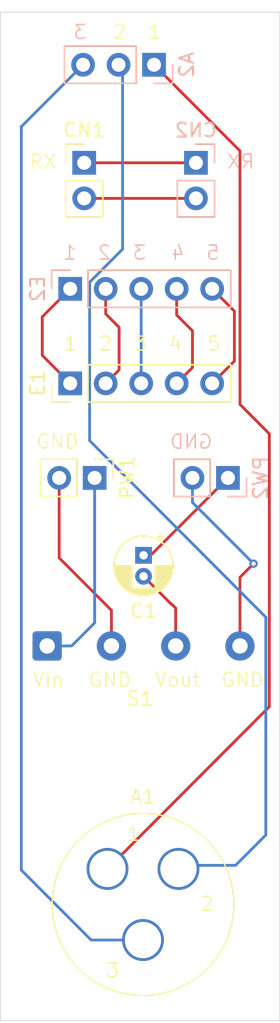
<source format=kicad_pcb>
(kicad_pcb (version 20240108) (generator "pcbnew") (generator_version "8.0")
  (layers (0 "F.Cu" signal) (31 "B.Cu" signal) (34 "B.Paste" user) (35 "F.Paste" user) (36 "B.SilkS" user "B.Silkscreen") (37 "F.SilkS" user "F.Silkscreen") (38 "B.Mask" user) (39 "F.Mask" user) (44 "Edge.Cuts" user))
  (net 0 "")
  (net 1 "Net-(A2-Pin_3)")
  (net 2 "GND")
  (net 3 "+28V")
  (net 4 "Net-(A2-Pin_2)")
  (net 5 "Net-(A2-Pin_1)")
  (net 6 "Net-(PW2-Pin_1)")
  (net 7 "Net-(CN1-Pin_1)")
  (net 8 "Net-(CN1-Pin_2)")
  (net 9 "Net-(E1-Pin_5)")
  (net 10 "Net-(E1-Pin_4)")
  (net 11 "Net-(E1-Pin_1)")
  (net 12 "Net-(E1-Pin_3)")
  (net 13 "Net-(E1-Pin_2)")
  (net 14 "Net-(S1-Pin_3)")
  (net 15 "Net-(PW2-Pin_2)")
  (footprint "Connector_Wire:SolderWire-0.5sqmm_1x04_P4.6mm_D0.9mm_OD2.1mm" (layer "F.Cu") (at 140.6 138.25)
    (property "Reference" "S1" (at 6.65 3.75 0) (layer "F.SilkS"))
    (property "Value" "Pin")
    (pad "1" thru_hole roundrect (at 0 0) (size 2.1 2.1) (drill 1.1) (layers "*.Cu" "*.Mask") (roundrect_rratio 0.119048) (net 3 "+28V"))
    (pad "2" thru_hole circle (at 4.6 0) (size 2.1 2.1) (drill 1.1) (layers "*.Cu" "*.Mask") (net 2 "GND"))
    (pad "3" thru_hole circle (at 9.2 0) (size 2.1 2.1) (drill 1.1) (layers "*.Cu" "*.Mask") (net 14 "Net-(S1-Pin_3)"))
    (pad "4" thru_hole circle (at 13.8 0) (size 2.1 2.1) (drill 1.1) (layers "*.Cu" "*.Mask") (net 15 "Net-(PW2-Pin_2)"))
  )
  (footprint "Connector_PinHeader_2.54mm:PinHeader_1x02_P2.54mm_Vertical" (layer "F.Cu") (at 143.25 103.75)
    (property "Reference" "CN1" (at 0 -2.33 0) (layer "F.SilkS"))
    (property "Value" "CAN Front")
    (fp_line (start -1.33 -1.33) (end 0 -1.33) (stroke (width 0.12)) (layer "F.SilkS"))
    (fp_line (start -1.33 0) (end -1.33 -1.33) (stroke (width 0.12)) (layer "F.SilkS"))
    (fp_line (start -1.33 1.27) (end -1.33 3.87) (stroke (width 0.12)) (layer "F.SilkS"))
    (fp_line (start -1.33 1.27) (end 1.33 1.27) (stroke (width 0.12)) (layer "F.SilkS"))
    (fp_line (start -1.33 3.87) (end 1.33 3.87) (stroke (width 0.12)) (layer "F.SilkS"))
    (fp_line (start 1.33 1.27) (end 1.33 3.87) (stroke (width 0.12)) (layer "F.SilkS"))
    (pad "1" thru_hole rect (at 0 0) (size 1.7 1.7) (drill 1) (layers "*.Cu" "*.Mask") (net 7 "Net-(CN1-Pin_1)"))
    (pad "2" thru_hole oval (at 0 2.54) (size 1.7 1.7) (drill 1) (layers "*.Cu" "*.Mask") (net 8 "Net-(CN1-Pin_2)"))
  )
  (footprint "Capacitor_THT:CP_Radial_D4.0mm_P1.50mm" (layer "F.Cu") (at 147.5 131.777401 -90)
    (property "Reference" "C1" (at 3.972599 0 180) (layer "F.SilkS"))
    (property "Value" "3.3uF")
    (fp_line (start 0.75 0.84) (end 0.75 2.08) (stroke (width 0.12)) (layer "F.SilkS"))
    (fp_line (start 0.79 0.84) (end 0.79 2.08) (stroke (width 0.12)) (layer "F.SilkS"))
    (fp_line (start 0.83 0.84) (end 0.83 2.079) (stroke (width 0.12)) (layer "F.SilkS"))
    (fp_line (start 0.87 0.84) (end 0.87 2.077) (stroke (width 0.12)) (layer "F.SilkS"))
    (fp_line (start 0.91 0.84) (end 0.91 2.074) (stroke (width 0.12)) (layer "F.SilkS"))
    (fp_line (start 0.95 0.84) (end 0.95 2.071) (stroke (width 0.12)) (layer "F.SilkS"))
    (fp_line (start 0.99 0.84) (end 0.99 2.067) (stroke (width 0.12)) (layer "F.SilkS"))
    (fp_line (start 1.03 0.84) (end 1.03 2.062) (stroke (width 0.12)) (layer "F.SilkS"))
    (fp_line (start 1.07 0.84) (end 1.07 2.056) (stroke (width 0.12)) (layer "F.SilkS"))
    (fp_line (start 1.11 0.84) (end 1.11 2.05) (stroke (width 0.12)) (layer "F.SilkS"))
    (fp_line (start 1.15 0.84) (end 1.15 2.042) (stroke (width 0.12)) (layer "F.SilkS"))
    (fp_line (start 1.19 0.84) (end 1.19 2.034) (stroke (width 0.12)) (layer "F.SilkS"))
    (fp_line (start 1.23 0.84) (end 1.23 2.025) (stroke (width 0.12)) (layer "F.SilkS"))
    (fp_line (start 1.27 0.84) (end 1.27 2.016) (stroke (width 0.12)) (layer "F.SilkS"))
    (fp_line (start 1.31 0.84) (end 1.31 2.005) (stroke (width 0.12)) (layer "F.SilkS"))
    (fp_line (start 1.35 0.84) (end 1.35 1.994) (stroke (width 0.12)) (layer "F.SilkS"))
    (fp_line (start 1.39 0.84) (end 1.39 1.982) (stroke (width 0.12)) (layer "F.SilkS"))
    (fp_line (start 1.43 0.84) (end 1.43 1.968) (stroke (width 0.12)) (layer "F.SilkS"))
    (fp_line (start 1.471 0.84) (end 1.471 1.954) (stroke (width 0.12)) (layer "F.SilkS"))
    (fp_line (start 1.511 0.84) (end 1.511 1.94) (stroke (width 0.12)) (layer "F.SilkS"))
    (fp_line (start 1.551 0.84) (end 1.551 1.924) (stroke (width 0.12)) (layer "F.SilkS"))
    (fp_line (start 1.591 0.84) (end 1.591 1.907) (stroke (width 0.12)) (layer "F.SilkS"))
    (fp_line (start 1.631 0.84) (end 1.631 1.889) (stroke (width 0.12)) (layer "F.SilkS"))
    (fp_line (start 1.671 0.84) (end 1.671 1.87) (stroke (width 0.12)) (layer "F.SilkS"))
    (fp_line (start 1.711 0.84) (end 1.711 1.851) (stroke (width 0.12)) (layer "F.SilkS"))
    (fp_line (start 1.751 0.84) (end 1.751 1.83) (stroke (width 0.12)) (layer "F.SilkS"))
    (fp_line (start 1.791 0.84) (end 1.791 1.808) (stroke (width 0.12)) (layer "F.SilkS"))
    (fp_line (start 1.831 0.84) (end 1.831 1.785) (stroke (width 0.12)) (layer "F.SilkS"))
    (fp_line (start 1.871 0.84) (end 1.871 1.76) (stroke (width 0.12)) (layer "F.SilkS"))
    (fp_line (start 1.911 0.84) (end 1.911 1.735) (stroke (width 0.12)) (layer "F.SilkS"))
    (fp_line (start 1.951 0.84) (end 1.951 1.708) (stroke (width 0.12)) (layer "F.SilkS"))
    (fp_line (start 1.991 0.84) (end 1.991 1.68) (stroke (width 0.12)) (layer "F.SilkS"))
    (fp_line (start 2.031 0.84) (end 2.031 1.65) (stroke (width 0.12)) (layer "F.SilkS"))
    (fp_line (start 2.071 0.84) (end 2.071 1.619) (stroke (width 0.12)) (layer "F.SilkS"))
    (fp_line (start 2.111 0.84) (end 2.111 1.587) (stroke (width 0.12)) (layer "F.SilkS"))
    (fp_line (start 2.151 0.84) (end 2.151 1.552) (stroke (width 0.12)) (layer "F.SilkS"))
    (fp_line (start 2.191 0.84) (end 2.191 1.516) (stroke (width 0.12)) (layer "F.SilkS"))
    (fp_line (start 2.231 0.84) (end 2.231 1.478) (stroke (width 0.12)) (layer "F.SilkS"))
    (fp_line (start 2.271 0.84) (end 2.271 1.438) (stroke (width 0.12)) (layer "F.SilkS"))
    (fp_line (start 2.311 0.84) (end 2.311 1.396) (stroke (width 0.12)) (layer "F.SilkS"))
    (fp_line (start 2.831 -0.37) (end 2.831 0.37) (stroke (width 0.12)) (layer "F.SilkS"))
    (fp_line (start 2.791 -0.537) (end 2.791 0.537) (stroke (width 0.12)) (layer "F.SilkS"))
    (fp_line (start 2.751 -0.664) (end 2.751 0.664) (stroke (width 0.12)) (layer "F.SilkS"))
    (fp_line (start 2.711 -0.768) (end 2.711 0.768) (stroke (width 0.12)) (layer "F.SilkS"))
    (fp_line (start 2.671 -0.859) (end 2.671 0.859) (stroke (width 0.12)) (layer "F.SilkS"))
    (fp_line (start 2.631 -0.94) (end 2.631 0.94) (stroke (width 0.12)) (layer "F.SilkS"))
    (fp_line (start 2.591 -1.013) (end 2.591 1.013) (stroke (width 0.12)) (layer "F.SilkS"))
    (fp_line (start 2.551 -1.08) (end 2.551 1.08) (stroke (width 0.12)) (layer "F.SilkS"))
    (fp_line (start 2.511 -1.142) (end 2.511 1.142) (stroke (width 0.12)) (layer "F.SilkS"))
    (fp_line (start -1.519801 -1.195) (end -1.119801 -1.195) (stroke (width 0.12)) (layer "F.SilkS"))
    (fp_line (start 2.471 -1.2) (end 2.471 1.2) (stroke (width 0.12)) (layer "F.SilkS"))
    (fp_line (start 2.431 -1.254) (end 2.431 1.254) (stroke (width 0.12)) (layer "F.SilkS"))
    (fp_line (start 2.391 -1.304) (end 2.391 1.304) (stroke (width 0.12)) (layer "F.SilkS"))
    (fp_line (start 2.351 -1.351) (end 2.351 1.351) (stroke (width 0.12)) (layer "F.SilkS"))
    (fp_line (start -1.319801 -1.395) (end -1.319801 -0.995) (stroke (width 0.12)) (layer "F.SilkS"))
    (fp_line (start 2.311 -1.396) (end 2.311 -0.84) (stroke (width 0.12)) (layer "F.SilkS"))
    (fp_line (start 2.271 -1.438) (end 2.271 -0.84) (stroke (width 0.12)) (layer "F.SilkS"))
    (fp_line (start 2.231 -1.478) (end 2.231 -0.84) (stroke (width 0.12)) (layer "F.SilkS"))
    (fp_line (start 2.191 -1.516) (end 2.191 -0.84) (stroke (width 0.12)) (layer "F.SilkS"))
    (fp_line (start 2.151 -1.552) (end 2.151 -0.84) (stroke (width 0.12)) (layer "F.SilkS"))
    (fp_line (start 2.111 -1.587) (end 2.111 -0.84) (stroke (width 0.12)) (layer "F.SilkS"))
    (fp_line (start 2.071 -1.619) (end 2.071 -0.84) (stroke (width 0.12)) (layer "F.SilkS"))
    (fp_line (start 2.031 -1.65) (end 2.031 -0.84) (stroke (width 0.12)) (layer "F.SilkS"))
    (fp_line (start 1.991 -1.68) (end 1.991 -0.84) (stroke (width 0.12)) (layer "F.SilkS"))
    (fp_line (start 1.951 -1.708) (end 1.951 -0.84) (stroke (width 0.12)) (layer "F.SilkS"))
    (fp_line (start 1.911 -1.735) (end 1.911 -0.84) (stroke (width 0.12)) (layer "F.SilkS"))
    (fp_line (start 1.871 -1.76) (end 1.871 -0.84) (stroke (width 0.12)) (layer "F.SilkS"))
    (fp_line (start 1.831 -1.785) (end 1.831 -0.84) (stroke (width 0.12)) (layer "F.SilkS"))
    (fp_line (start 1.791 -1.808) (end 1.791 -0.84) (stroke (width 0.12)) (layer "F.SilkS"))
    (fp_line (start 1.751 -1.83) (end 1.751 -0.84) (stroke (width 0.12)) (layer "F.SilkS"))
    (fp_line (start 1.711 -1.851) (end 1.711 -0.84) (stroke (width 0.12)) (layer "F.SilkS"))
    (fp_line (start 1.671 -1.87) (end 1.671 -0.84) (stroke (width 0.12)) (layer "F.SilkS"))
    (fp_line (start 1.631 -1.889) (end 1.631 -0.84) (stroke (width 0.12)) (layer "F.SilkS"))
    (fp_line (start 1.591 -1.907) (end 1.591 -0.84) (stroke (width 0.12)) (layer "F.SilkS"))
    (fp_line (start 1.551 -1.924) (end 1.551 -0.84) (stroke (width 0.12)) (layer "F.SilkS"))
    (fp_line (start 1.511 -1.94) (end 1.511 -0.84) (stroke (width 0.12)) (layer "F.SilkS"))
    (fp_line (start 1.471 -1.954) (end 1.471 -0.84) (stroke (width 0.12)) (layer "F.SilkS"))
    (fp_line (start 1.43 -1.968) (end 1.43 -0.84) (stroke (width 0.12)) (layer "F.SilkS"))
    (fp_line (start 1.39 -1.982) (end 1.39 -0.84) (stroke (width 0.12)) (layer "F.SilkS"))
    (fp_line (start 1.35 -1.994) (end 1.35 -0.84) (stroke (width 0.12)) (layer "F.SilkS"))
    (fp_line (start 1.31 -2.005) (end 1.31 -0.84) (stroke (width 0.12)) (layer "F.SilkS"))
    (fp_line (start 1.27 -2.016) (end 1.27 -0.84) (stroke (width 0.12)) (layer "F.SilkS"))
    (fp_line (start 1.23 -2.025) (end 1.23 -0.84) (stroke (width 0.12)) (layer "F.SilkS"))
    (fp_line (start 1.19 -2.034) (end 1.19 -0.84) (stroke (width 0.12)) (layer "F.SilkS"))
    (fp_line (start 1.15 -2.042) (end 1.15 -0.84) (stroke (width 0.12)) (layer "F.SilkS"))
    (fp_line (start 1.11 -2.05) (end 1.11 -0.84) (stroke (width 0.12)) (layer "F.SilkS"))
    (fp_line (start 1.07 -2.056) (end 1.07 -0.84) (stroke (width 0.12)) (layer "F.SilkS"))
    (fp_line (start 1.03 -2.062) (end 1.03 -0.84) (stroke (width 0.12)) (layer "F.SilkS"))
    (fp_line (start 0.99 -2.067) (end 0.99 -0.84) (stroke (width 0.12)) (layer "F.SilkS"))
    (fp_line (start 0.95 -2.071) (end 0.95 -0.84) (stroke (width 0.12)) (layer "F.SilkS"))
    (fp_line (start 0.91 -2.074) (end 0.91 -0.84) (stroke (width 0.12)) (layer "F.SilkS"))
    (fp_line (start 0.87 -2.077) (end 0.87 -0.84) (stroke (width 0.12)) (layer "F.SilkS"))
    (fp_line (start 0.83 -2.079) (end 0.83 -0.84) (stroke (width 0.12)) (layer "F.SilkS"))
    (fp_line (start 0.75 -2.08) (end 0.75 -0.84) (stroke (width 0.12)) (layer "F.SilkS"))
    (fp_line (start 0.79 -2.08) (end 0.79 -0.84) (stroke (width 0.12)) (layer "F.SilkS"))
    (fp_circle (center 0.75 0) (end 2.87 0) (stroke (width 0.12)) (fill none) (layer "F.SilkS"))
    (pad "1" thru_hole rect (at 0 0 270) (size 1.2 1.2) (drill 0.6) (layers "*.Cu" "*.Mask") (net 6 "Net-(PW2-Pin_1)"))
    (pad "2" thru_hole circle (at 1.5 0 270) (size 1.2 1.2) (drill 0.6) (layers "*.Cu" "*.Mask") (net 14 "Net-(S1-Pin_3)"))
  )
  (footprint "Connector_PinHeader_2.54mm:PinHeader_1x05_P2.54mm_Vertical" (layer "F.Cu") (at 142.25 119.5 90)
    (property "Reference" "E1" (at 0 -2.33 -90) (layer "F.SilkS"))
    (property "Value" "Encoder Front")
    (fp_line (start -1.33 -1.33) (end 0 -1.33) (stroke (width 0.12)) (layer "F.SilkS"))
    (fp_line (start -1.33 0) (end -1.33 -1.33) (stroke (width 0.12)) (layer "F.SilkS"))
    (fp_line (start 1.33 1.27) (end 1.33 11.49) (stroke (width 0.12)) (layer "F.SilkS"))
    (fp_line (start -1.33 1.27) (end 1.33 1.27) (stroke (width 0.12)) (layer "F.SilkS"))
    (fp_line (start -1.33 1.27) (end -1.33 11.49) (stroke (width 0.12)) (layer "F.SilkS"))
    (fp_line (start -1.33 11.49) (end 1.33 11.49) (stroke (width 0.12)) (layer "F.SilkS"))
    (pad "1" thru_hole rect (at 0 0 90) (size 1.7 1.7) (drill 1) (layers "*.Cu" "*.Mask") (net 11 "Net-(E1-Pin_1)"))
    (pad "2" thru_hole oval (at 0 2.54 90) (size 1.7 1.7) (drill 1) (layers "*.Cu" "*.Mask") (net 13 "Net-(E1-Pin_2)"))
    (pad "3" thru_hole oval (at 0 5.08 90) (size 1.7 1.7) (drill 1) (layers "*.Cu" "*.Mask") (net 12 "Net-(E1-Pin_3)"))
    (pad "4" thru_hole oval (at 0 7.62 90) (size 1.7 1.7) (drill 1) (layers "*.Cu" "*.Mask") (net 10 "Net-(E1-Pin_4)"))
    (pad "5" thru_hole oval (at 0 10.16 90) (size 1.7 1.7) (drill 1) (layers "*.Cu" "*.Mask") (net 9 "Net-(E1-Pin_5)"))
  )
  (footprint "Connector_PinHeader_2.54mm:PinHeader_1x02_P2.54mm_Vertical" (layer "F.Cu") (at 144 126.25 -90)
    (property "Reference" "PW1" (at 0 -2.33 90) (layer "F.SilkS"))
    (property "Value" "Power Front")
    (fp_line (start -1.33 3.87) (end 1.33 3.87) (stroke (width 0.12)) (layer "F.SilkS"))
    (fp_line (start -1.33 1.27) (end -1.33 3.87) (stroke (width 0.12)) (layer "F.SilkS"))
    (fp_line (start -1.33 1.27) (end 1.33 1.27) (stroke (width 0.12)) (layer "F.SilkS"))
    (fp_line (start 1.33 1.27) (end 1.33 3.87) (stroke (width 0.12)) (layer "F.SilkS"))
    (fp_line (start -1.33 0) (end -1.33 -1.33) (stroke (width 0.12)) (layer "F.SilkS"))
    (fp_line (start -1.33 -1.33) (end 0 -1.33) (stroke (width 0.12)) (layer "F.SilkS"))
    (pad "1" thru_hole rect (at 0 0 270) (size 1.7 1.7) (drill 1) (layers "*.Cu" "*.Mask") (net 3 "+28V"))
    (pad "2" thru_hole oval (at 0 2.54 270) (size 1.7 1.7) (drill 1) (layers "*.Cu" "*.Mask") (net 2 "GND"))
  )
  (footprint "Library:GX-16-3" (layer "F.Cu") (at 147.46 156.71)
    (property "Reference" "A1" (at 0 -7.71 0) (layer "F.SilkS") (effects (font (thickness 0.1))))
    (property "Value" "Aviation Connector")
    (fp_circle (center 0 0) (end 6.5 0) (stroke (width 0.1)) (fill none) (layer "F.SilkS"))
    (pad "1" thru_hole circle (at -2.54 -2.54) (size 3 3) (drill 2.6) (layers "*.Cu" "*.Mask") (net 5 "Net-(A2-Pin_1)"))
    (pad "2" thru_hole circle (at 2.54 -2.54) (size 3 3) (drill 2.6) (layers "*.Cu" "*.Mask") (net 4 "Net-(A2-Pin_2)"))
    (pad "3" thru_hole circle (at 0 2.54) (size 3 3) (drill 2.6) (layers "*.Cu" "*.Mask") (net 1 "Net-(A2-Pin_3)"))
  )
  (footprint "Connector_PinHeader_2.54mm:PinHeader_1x03_P2.54mm_Vertical" (layer "B.Cu") (at 148.25 96.75 90)
    (property "Reference" "A2" (at 0 2.33 90) (layer "B.SilkS") (effects (justify mirror)))
    (property "Value" "Aviation Pin")
    (fp_line (start 1.33 -6.41) (end -1.33 -6.41) (stroke (width 0.12)) (layer "B.SilkS"))
    (fp_line (start 1.33 -6.41) (end 1.33 -1.27) (stroke (width 0.12)) (layer "B.SilkS"))
    (fp_line (start -1.33 -6.41) (end -1.33 -1.27) (stroke (width 0.12)) (layer "B.SilkS"))
    (fp_line (start 1.33 -1.27) (end -1.33 -1.27) (stroke (width 0.12)) (layer "B.SilkS"))
    (fp_line (start 0 1.33) (end -1.33 1.33) (stroke (width 0.12)) (layer "B.SilkS"))
    (fp_line (start -1.33 1.33) (end -1.33 0) (stroke (width 0.12)) (layer "B.SilkS"))
    (pad "1" thru_hole rect (at 0 0 90) (size 1.7 1.7) (drill 1) (layers "*.Cu" "*.Mask") (net 5 "Net-(A2-Pin_1)"))
    (pad "2" thru_hole oval (at 0 -2.54 90) (size 1.7 1.7) (drill 1) (layers "*.Cu" "*.Mask") (net 4 "Net-(A2-Pin_2)"))
    (pad "3" thru_hole oval (at 0 -5.08 90) (size 1.7 1.7) (drill 1) (layers "*.Cu" "*.Mask") (net 1 "Net-(A2-Pin_3)"))
  )
  (footprint "Connector_PinHeader_2.54mm:PinHeader_1x05_P2.54mm_Vertical" (layer "B.Cu") (at 142.25 112.75 -90)
    (property "Reference" "E2" (at 0 2.33 90) (layer "B.SilkS") (effects (justify mirror)))
    (property "Value" "Encoder Back")
    (fp_line (start -1.33 1.33) (end -1.33 0) (stroke (width 0.12)) (layer "B.SilkS"))
    (fp_line (start 0 1.33) (end -1.33 1.33) (stroke (width 0.12)) (layer "B.SilkS"))
    (fp_line (start 1.33 -1.27) (end -1.33 -1.27) (stroke (width 0.12)) (layer "B.SilkS"))
    (fp_line (start -1.33 -11.49) (end -1.33 -1.27) (stroke (width 0.12)) (layer "B.SilkS"))
    (fp_line (start 1.33 -11.49) (end 1.33 -1.27) (stroke (width 0.12)) (layer "B.SilkS"))
    (fp_line (start 1.33 -11.49) (end -1.33 -11.49) (stroke (width 0.12)) (layer "B.SilkS"))
    (pad "1" thru_hole rect (at 0 0 270) (size 1.7 1.7) (drill 1) (layers "*.Cu" "*.Mask") (net 11 "Net-(E1-Pin_1)"))
    (pad "2" thru_hole oval (at 0 -2.54 270) (size 1.7 1.7) (drill 1) (layers "*.Cu" "*.Mask") (net 13 "Net-(E1-Pin_2)"))
    (pad "3" thru_hole oval (at 0 -5.08 270) (size 1.7 1.7) (drill 1) (layers "*.Cu" "*.Mask") (net 12 "Net-(E1-Pin_3)"))
    (pad "4" thru_hole oval (at 0 -7.62 270) (size 1.7 1.7) (drill 1) (layers "*.Cu" "*.Mask") (net 10 "Net-(E1-Pin_4)"))
    (pad "5" thru_hole oval (at 0 -10.16 270) (size 1.7 1.7) (drill 1) (layers "*.Cu" "*.Mask") (net 9 "Net-(E1-Pin_5)"))
  )
  (footprint "Connector_PinHeader_2.54mm:PinHeader_1x02_P2.54mm_Vertical" (layer "B.Cu") (at 153.54 126.25 90)
    (property "Reference" "PW2" (at 0 2.33 -90) (layer "B.SilkS") (effects (justify mirror)))
    (property "Value" "Power Back")
    (fp_line (start 1.33 -3.87) (end -1.33 -3.87) (stroke (width 0.12)) (layer "B.SilkS"))
    (fp_line (start 1.33 -3.87) (end 1.33 -1.27) (stroke (width 0.12)) (layer "B.SilkS"))
    (fp_line (start -1.33 -3.87) (end -1.33 -1.27) (stroke (width 0.12)) (layer "B.SilkS"))
    (fp_line (start 1.33 -1.27) (end -1.33 -1.27) (stroke (width 0.12)) (layer "B.SilkS"))
    (fp_line (start 0 1.33) (end -1.33 1.33) (stroke (width 0.12)) (layer "B.SilkS"))
    (fp_line (start -1.33 1.33) (end -1.33 0) (stroke (width 0.12)) (layer "B.SilkS"))
    (pad "1" thru_hole rect (at 0 0 90) (size 1.7 1.7) (drill 1) (layers "*.Cu" "*.Mask") (net 6 "Net-(PW2-Pin_1)"))
    (pad "2" thru_hole oval (at 0 -2.54 90) (size 1.7 1.7) (drill 1) (layers "*.Cu" "*.Mask") (net 15 "Net-(PW2-Pin_2)"))
  )
  (footprint "Connector_PinHeader_2.54mm:PinHeader_1x02_P2.54mm_Vertical" (layer "B.Cu") (at 151.25 103.75 180)
    (property "Reference" "CN2" (at 0 2.33 180) (layer "B.SilkS") (effects (justify mirror)))
    (property "Value" "CAN Back")
    (fp_line (start 1.33 -1.27) (end -1.33 -1.27) (stroke (width 0.12)) (layer "B.SilkS"))
    (fp_line (start 1.33 -3.87) (end 1.33 -1.27) (stroke (width 0.12)) (layer "B.SilkS"))
    (fp_line (start 1.33 -3.87) (end -1.33 -3.87) (stroke (width 0.12)) (layer "B.SilkS"))
    (fp_line (start 0 1.33) (end -1.33 1.33) (stroke (width 0.12)) (layer "B.SilkS"))
    (fp_line (start -1.33 1.33) (end -1.33 0) (stroke (width 0.12)) (layer "B.SilkS"))
    (fp_line (start -1.33 -3.87) (end -1.33 -1.27) (stroke (width 0.12)) (layer "B.SilkS"))
    (pad "1" thru_hole rect (at 0 0 180) (size 1.7 1.7) (drill 1) (layers "*.Cu" "*.Mask") (net 7 "Net-(CN1-Pin_1)"))
    (pad "2" thru_hole oval (at 0 -2.54 180) (size 1.7 1.7) (drill 1) (layers "*.Cu" "*.Mask") (net 8 "Net-(CN1-Pin_2)"))
  )
  (gr_rect (start 137.25 93) (end 157.25 165) (stroke (width 0.05)) (fill none) (layer "Edge.Cuts"))
  (gr_text "5" (at 153 110.75 -0) (layer "B.SilkS") (effects (font (size 1 1) (thickness 0.1)) (justify left bottom mirror)))
  (gr_text "4" (at 150.5 110.75 -0) (layer "B.SilkS") (effects (font (size 1 1) (thickness 0.1)) (justify left bottom mirror)))
  (gr_text "2" (at 145.25 110.75 -0) (layer "B.SilkS") (effects (font (size 1 1) (thickness 0.1)) (justify left bottom mirror)))
  (gr_text "RX" (at 155.5 104.25 0) (layer "B.SilkS") (effects (font (size 1 1) (thickness 0.1)) (justify left bottom mirror)))
  (gr_text "3" (at 143.5 95 -0) (layer "B.SilkS") (effects (font (size 1 1) (thickness 0.1)) (justify left bottom mirror)))
  (gr_text "GND" (at 152.5 124.25 -0) (layer "B.SilkS") (effects (font (size 1 1) (thickness 0.1)) (justify left bottom mirror)))
  (gr_text "1" (at 142.75 110.75 -0) (layer "B.SilkS") (effects (font (size 1 1) (thickness 0.1)) (justify left bottom mirror)))
  (gr_text "3" (at 147.75 110.75 -0) (layer "B.SilkS") (effects (font (size 1 1) (thickness 0.1)) (justify left bottom mirror)))
  (gr_text "Vout" (at 148.25 141.25 0) (layer "F.SilkS") (effects (font (size 1 1) (thickness 0.1)) (justify left bottom)))
  (gr_text "2" (at 144.25 117.25 0) (layer "F.SilkS") (effects (font (size 1 1) (thickness 0.1)) (justify left bottom)))
  (gr_text "GND" (at 153 141.25 0) (layer "F.SilkS") (effects (font (size 1 1) (thickness 0.1)) (justify left bottom)))
  (gr_text "5" (at 152 117.25 0) (layer "F.SilkS") (effects (font (size 1 1) (thickness 0.1)) (justify left bottom)))
  (gr_text "2" (at 151.5 157.25 0) (layer "F.SilkS") (effects (font (size 1 1) (thickness 0.1)) (justify left bottom)))
  (gr_text "RX" (at 139.25 104.25 0) (layer "F.SilkS") (effects (font (size 1 1) (thickness 0.1)) (justify left bottom)))
  (gr_text "3" (at 146.75 117.25 0) (layer "F.SilkS") (effects (font (size 1 1) (thickness 0.1)) (justify left bottom)))
  (gr_text "GND" (at 139.75 124.25 0) (layer "F.SilkS") (effects (font (size 1 1) (thickness 0.1)) (justify left bottom)))
  (gr_text "4" (at 149.25 117.25 0) (layer "F.SilkS") (effects (font (size 1 1) (thickness 0.1)) (justify left bottom)))
  (gr_text "1" (at 141.75 117.25 0) (layer "F.SilkS") (effects (font (size 1 1) (thickness 0.1)) (justify left bottom)))
  (gr_text "3" (at 144.75 162 0) (layer "F.SilkS") (effects (font (size 1 1) (thickness 0.1)) (justify left bottom)))
  (gr_text "Vin" (at 139.5 141.25 0) (layer "F.SilkS") (effects (font (size 1 1) (thickness 0.1)) (justify left bottom)))
  (gr_text "1" (at 146.25 152.25 0) (layer "F.SilkS") (effects (font (size 1 1) (thickness 0.1)) (justify left bottom)))
  (gr_text "1" (at 147.75 95 0) (layer "F.SilkS") (effects (font (size 1 1) (thickness 0.1)) (justify left bottom)))
  (gr_text "2" (at 145.25 95 0) (layer "F.SilkS") (effects (font (size 1 1) (thickness 0.1)) (justify left bottom)))
  (gr_text "GND" (at 143.5 141.25 0) (layer "F.SilkS") (effects (font (size 1 1) (thickness 0.1)) (justify left bottom)))
  (segment (start 138.75 101.17) (end 138.75 154.25) (width 0.2) (layer "B.Cu") (net 1))
  (segment (start 146.26 158.51) (end 147 159.25) (width 0.2) (layer "B.Cu") (net 1))
  (segment (start 147.46 159.25) (end 143.75 159.25) (width 0.2) (layer "B.Cu") (net 1))
  (segment (start 143.75 159.25) (end 138.75 154.25) (width 0.2) (layer "B.Cu") (net 1))
  (segment (start 143.17 96.75) (end 138.75 101.17) (width 0.2) (layer "B.Cu") (net 1))
  (segment (start 141.46 126.25) (end 141.46 131.96) (width 0.2) (layer "F.Cu") (net 2))
  (segment (start 141.46 131.96) (end 145.2 135.7) (width 0.2) (layer "F.Cu") (net 2))
  (segment (start 145.2 138.25) (end 145.2 135.7) (width 0.2) (layer "F.Cu") (net 2))
  (segment (start 143.68 126.57) (end 144 126.25) (width 0.2) (layer "F.Cu") (net 3))
  (segment (start 144 136.6) (end 142.35 138.25) (width 0.2) (layer "B.Cu") (net 3))
  (segment (start 144 126.25) (end 144 136.6) (width 0.2) (layer "B.Cu") (net 3))
  (segment (start 140.6 138.25) (end 142.35 138.25) (width 0.2) (layer "B.Cu") (net 3))
  (segment (start 143.64 123.59) (end 156.25 136.2) (width 0.2) (layer "B.Cu") (net 4))
  (segment (start 156.25 136.2) (end 156.25 151.75) (width 0.2) (layer "B.Cu") (net 4))
  (segment (start 146 109.913654) (end 143.64 112.273654) (width 0.2) (layer "B.Cu") (net 4))
  (segment (start 156.25 151.75) (end 154.084415 153.915585) (width 0.2) (layer "B.Cu") (net 4))
  (segment (start 145.71 96.75) (end 146 97.04) (width 0.2) (layer "B.Cu") (net 4))
  (segment (start 143.64 112.273654) (end 143.64 123.59) (width 0.2) (layer "B.Cu") (net 4))
  (segment (start 154.084415 153.915585) (end 150.254415 153.915585) (width 0.2) (layer "B.Cu") (net 4))
  (segment (start 146 97.04) (end 146 109.913654) (width 0.2) (layer "B.Cu") (net 4))
  (segment (start 150.254415 153.915585) (end 150 154.17) (width 0.2) (layer "B.Cu") (net 4))
  (segment (start 154.4 102.9) (end 154.4 121) (width 0.2) (layer "F.Cu") (net 5))
  (segment (start 144 153.25) (end 144.92 154.17) (width 0.2) (layer "F.Cu") (net 5))
  (segment (start 156.5 142.59) (end 156.5 123.1) (width 0.2) (layer "F.Cu") (net 5))
  (segment (start 156.5 123.1) (end 154.4 121) (width 0.2) (layer "F.Cu") (net 5))
  (segment (start 144.92 154.17) (end 156.5 142.59) (width 0.2) (layer "F.Cu") (net 5))
  (segment (start 148.25 96.75) (end 154.4 102.9) (width 0.2) (layer "F.Cu") (net 5))
  (segment (start 148.25 96.75) (end 148.48 96.98) (width 0.2) (layer "B.Cu") (net 5))
  (segment (start 148.012599 131.777401) (end 153.54 126.25) (width 0.2) (layer "F.Cu") (net 6))
  (segment (start 147.5 131.777401) (end 148.012599 131.777401) (width 0.2) (layer "F.Cu") (net 6))
  (segment (start 143.25 103.75) (end 151.25 103.75) (width 0.2) (layer "F.Cu") (net 7))
  (segment (start 151.25 106.29) (end 143.25 106.29) (width 0.2) (layer "F.Cu") (net 8))
  (segment (start 152.41 112.75) (end 154 114.34) (width 0.2) (layer "F.Cu") (net 9))
  (segment (start 154 117.91) (end 152.41 119.5) (width 0.2) (layer "F.Cu") (net 9))
  (segment (start 154 114.34) (end 154 117.91) (width 0.2) (layer "F.Cu") (net 9))
  (segment (start 151 115.75) (end 151 118.37) (width 0.2) (layer "F.Cu") (net 10))
  (segment (start 151 118.37) (end 149.87 119.5) (width 0.2) (layer "F.Cu") (net 10))
  (segment (start 149.87 114.62) (end 151 115.75) (width 0.2) (layer "F.Cu") (net 10))
  (segment (start 149.87 112.75) (end 149.87 114.62) (width 0.2) (layer "F.Cu") (net 10))
  (segment (start 140.25 117.5) (end 142.25 119.5) (width 0.2) (layer "F.Cu") (net 11))
  (segment (start 142.25 112.75) (end 140.25 114.75) (width 0.2) (layer "F.Cu") (net 11))
  (segment (start 140.25 114.75) (end 140.25 117.5) (width 0.2) (layer "F.Cu") (net 11))
  (segment (start 147.33 112.75) (end 147.33 119.5) (width 0.2) (layer "B.Cu") (net 12))
  (segment (start 144.79 112.75) (end 144.79 114.54) (width 0.2) (layer "F.Cu") (net 13))
  (segment (start 145.75 115.5) (end 145.75 118.54) (width 0.2) (layer "F.Cu") (net 13))
  (segment (start 145.75 118.54) (end 144.79 119.5) (width 0.2) (layer "F.Cu") (net 13))
  (segment (start 144.79 114.54) (end 145.75 115.5) (width 0.2) (layer "F.Cu") (net 13))
  (segment (start 147.5 133.277401) (end 149.472599 135.25) (width 0.2) (layer "F.Cu") (net 14))
  (segment (start 149.8 135.55) (end 149.8 138.25) (width 0.2) (layer "F.Cu") (net 14))
  (segment (start 149.472599 135.25) (end 149.5 135.25) (width 0.2) (layer "F.Cu") (net 14))
  (segment (start 149.5 135.25) (end 149.8 135.55) (width 0.2) (layer "F.Cu") (net 14))
  (segment (start 154.4 133.35) (end 154.4 138.25) (width 0.2) (layer "F.Cu") (net 15))
  (segment (start 155.375 132.375) (end 154.4 133.35) (width 0.2) (layer "F.Cu") (net 15))
  (via (at 155.375 132.375) (size 0.6) (drill 0.3) (layers "F.Cu" "B.Cu") (net 15))
  (segment (start 151 128) (end 155.375 132.375) (width 0.2) (layer "B.Cu") (net 15))
  (segment (start 155.5 132.5) (end 155.375 132.375) (width 0.2) (layer "B.Cu") (net 15))
  (segment (start 151 126.25) (end 151 128) (width 0.2) (layer "B.Cu") (net 15))
)
</source>
